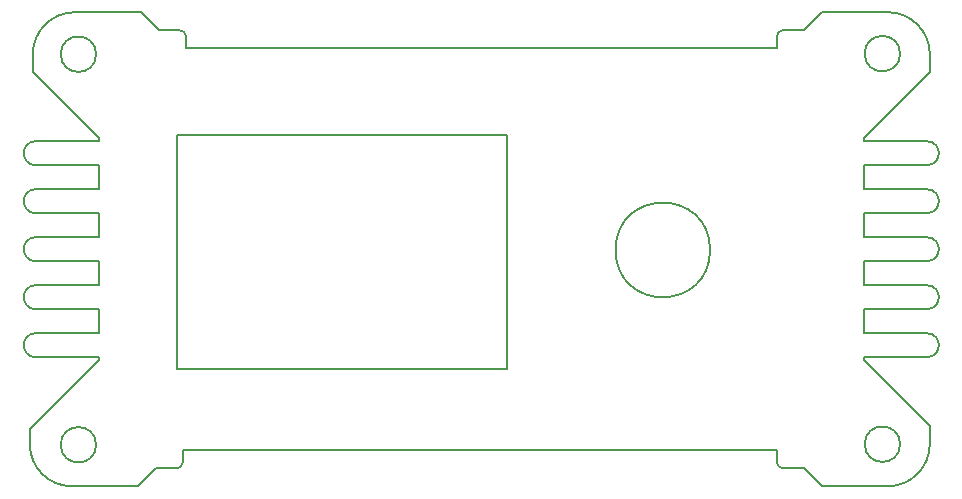
<source format=gbr>
%TF.GenerationSoftware,KiCad,Pcbnew,(5.1.6)-1*%
%TF.CreationDate,2020-11-07T21:03:07+00:00*%
%TF.ProjectId,ninja_iron,6e696e6a-615f-4697-926f-6e2e6b696361,rev?*%
%TF.SameCoordinates,Original*%
%TF.FileFunction,Profile,NP*%
%FSLAX46Y46*%
G04 Gerber Fmt 4.6, Leading zero omitted, Abs format (unit mm)*
G04 Created by KiCad (PCBNEW (5.1.6)-1) date 2020-11-07 21:03:07*
%MOMM*%
%LPD*%
G01*
G04 APERTURE LIST*
%TA.AperFunction,Profile*%
%ADD10C,0.150000*%
%TD*%
%TA.AperFunction,Profile*%
%ADD11C,0.200000*%
%TD*%
G04 APERTURE END LIST*
D10*
X53618000Y-74216000D02*
G75*
G03*
X53618000Y-74216000I-1500000J0D01*
G01*
D11*
X88392000Y-67818000D02*
X60452000Y-67818000D01*
X60452000Y-67818000D02*
X60452000Y-48006000D01*
D10*
X123952000Y-64770000D02*
G75*
G02*
X123952000Y-66802000I0J-1016000D01*
G01*
X123952000Y-56642000D02*
G75*
G02*
X123952000Y-58674000I0J-1016000D01*
G01*
D11*
X105600000Y-57722000D02*
G75*
G03*
X105600000Y-57722000I-4000000J0D01*
G01*
D10*
X48514000Y-50546000D02*
G75*
G02*
X48514000Y-48514000I0J1016000D01*
G01*
X111760000Y-39116000D02*
X113284000Y-39116000D01*
X118618000Y-66802000D02*
X118618000Y-67056000D01*
X51816000Y-37592000D02*
X57404000Y-37592000D01*
X118618000Y-62738000D02*
X118618000Y-64770000D01*
X118618000Y-48260000D02*
X118618000Y-48256000D01*
X113538000Y-39116000D02*
X115062000Y-37592000D01*
X82042000Y-74676000D02*
X60960000Y-74676000D01*
X123952000Y-50546000D02*
X118618000Y-50546000D01*
X60960000Y-75692000D02*
G75*
G02*
X60452000Y-76200000I-508000J0D01*
G01*
X123952000Y-54610000D02*
X118618000Y-54610000D01*
X57150000Y-77724000D02*
X51562000Y-77724000D01*
X124206000Y-72644000D02*
X124206000Y-74168000D01*
X111252000Y-40640000D02*
X111252000Y-39624000D01*
X118618000Y-58674000D02*
X118618000Y-60706000D01*
X120650000Y-77724000D02*
X115062000Y-77724000D01*
X118618000Y-60706000D02*
X123952000Y-60706000D01*
X61214000Y-39624000D02*
X61214000Y-40640000D01*
X115062000Y-37592000D02*
X120650000Y-37592000D01*
X57404000Y-37592000D02*
X58928000Y-39116000D01*
X118618000Y-67056000D02*
X124206000Y-72644000D01*
X111252000Y-74930000D02*
X111252000Y-74676000D01*
X58928000Y-39116000D02*
X60706000Y-39116000D01*
X115062000Y-77724000D02*
X113538000Y-76200000D01*
X60706000Y-39116000D02*
G75*
G02*
X61214000Y-39624000I0J-508000D01*
G01*
X118618000Y-56642000D02*
X123952000Y-56642000D01*
X123952000Y-58674000D02*
X118618000Y-58674000D01*
X60452000Y-76200000D02*
X58674000Y-76200000D01*
X61214000Y-40640000D02*
X111252000Y-40640000D01*
X48260000Y-42672000D02*
X48260000Y-41148000D01*
X53848000Y-56642000D02*
X53848000Y-54610000D01*
X124206000Y-41148000D02*
X124206000Y-42672000D01*
X48006000Y-74168000D02*
X48006000Y-72898000D01*
X53848000Y-52578000D02*
X53848000Y-50546000D01*
X53848000Y-60706000D02*
X53848000Y-58674000D01*
X53848000Y-50546000D02*
X48514000Y-50546000D01*
X123952000Y-48514000D02*
G75*
G02*
X123952000Y-50546000I0J-1016000D01*
G01*
X48260000Y-41148000D02*
G75*
G02*
X51816000Y-37592000I3556000J0D01*
G01*
X53848000Y-64770000D02*
X53848000Y-62738000D01*
X48514000Y-52578000D02*
X53848000Y-52578000D01*
X60960000Y-74676000D02*
X60960000Y-75692000D01*
X118618000Y-50546000D02*
X118618000Y-52578000D01*
X48514000Y-48514000D02*
X53848000Y-48514000D01*
X124206000Y-74168000D02*
G75*
G02*
X120650000Y-77724000I-3556000J0D01*
G01*
X123952000Y-66802000D02*
X118618000Y-66802000D01*
X53848000Y-66802000D02*
X48514000Y-66802000D01*
X123952000Y-52578000D02*
G75*
G02*
X123952000Y-54610000I0J-1016000D01*
G01*
X48514000Y-54610000D02*
G75*
G02*
X48514000Y-52578000I0J1016000D01*
G01*
X48514000Y-62738000D02*
G75*
G02*
X48514000Y-60706000I0J1016000D01*
G01*
X120650000Y-37592000D02*
G75*
G02*
X124206000Y-41148000I0J-3556000D01*
G01*
X53848000Y-48260000D02*
X48260000Y-42672000D01*
X51562000Y-77724000D02*
G75*
G02*
X48006000Y-74168000I0J3556000D01*
G01*
X53618000Y-41148000D02*
G75*
G03*
X53618000Y-41148000I-1500000J0D01*
G01*
X111760000Y-76200000D02*
X113538000Y-76200000D01*
X121690000Y-41100000D02*
G75*
G03*
X121690000Y-41100000I-1500000J0D01*
G01*
X58674000Y-76200000D02*
X57150000Y-77724000D01*
X118618000Y-52578000D02*
X123952000Y-52578000D01*
X113284000Y-39116000D02*
X113538000Y-39116000D01*
X111252000Y-39624000D02*
G75*
G02*
X111760000Y-39116000I508000J0D01*
G01*
X123952000Y-62738000D02*
X118618000Y-62738000D01*
X48514000Y-56642000D02*
X53848000Y-56642000D01*
X118618000Y-48260000D02*
X118618000Y-48514000D01*
X53848000Y-58674000D02*
X48514000Y-58674000D01*
X53848000Y-67056000D02*
X53848000Y-66802000D01*
X118618000Y-64770000D02*
X123952000Y-64770000D01*
D11*
X88392000Y-48006000D02*
X88392000Y-67818000D01*
D10*
X121690000Y-74168000D02*
G75*
G03*
X121690000Y-74168000I-1500000J0D01*
G01*
X48514000Y-58674000D02*
G75*
G02*
X48514000Y-56642000I0J1016000D01*
G01*
X118618000Y-48514000D02*
X123952000Y-48514000D01*
X48514000Y-64770000D02*
X53848000Y-64770000D01*
X53848000Y-62738000D02*
X48514000Y-62738000D01*
D11*
X60452000Y-48006000D02*
X88392000Y-48006000D01*
D10*
X124206000Y-42672000D02*
X118618000Y-48260000D01*
X111252000Y-74930000D02*
X111252000Y-75692000D01*
X111252000Y-74676000D02*
X82042000Y-74676000D01*
X111760000Y-76200000D02*
G75*
G02*
X111252000Y-75692000I0J508000D01*
G01*
X123952000Y-60706000D02*
G75*
G02*
X123952000Y-62738000I0J-1016000D01*
G01*
X48514000Y-60706000D02*
X53848000Y-60706000D01*
X118618000Y-54610000D02*
X118618000Y-56642000D01*
X48006000Y-72898000D02*
X53848000Y-67056000D01*
X53848000Y-54610000D02*
X48514000Y-54610000D01*
X53848000Y-48514000D02*
X53848000Y-48260000D01*
X48514000Y-66802000D02*
G75*
G02*
X48514000Y-64770000I0J1016000D01*
G01*
M02*

</source>
